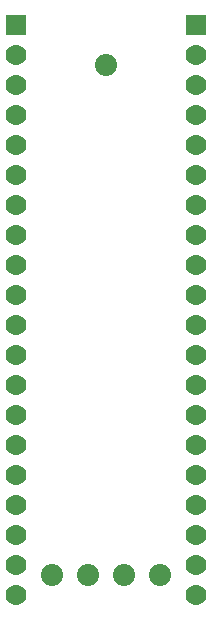
<source format=gts>
G04*
G04 #@! TF.GenerationSoftware,Altium Limited,Altium Designer,21.0.9 (235)*
G04*
G04 Layer_Color=8388736*
%FSLAX25Y25*%
%MOIN*%
G70*
G04*
G04 #@! TF.SameCoordinates,CEEBEC93-FDC5-4B9E-8111-BC73F9B13B43*
G04*
G04*
G04 #@! TF.FilePolarity,Negative*
G04*
G01*
G75*
%ADD11C,0.06992*%
%ADD12R,0.06992X0.06992*%
%ADD13C,0.07386*%
D11*
X66000Y6000D02*
D03*
Y16000D02*
D03*
Y26000D02*
D03*
Y36000D02*
D03*
Y46000D02*
D03*
Y126000D02*
D03*
Y136000D02*
D03*
Y146000D02*
D03*
Y156000D02*
D03*
Y166000D02*
D03*
Y176000D02*
D03*
Y186000D02*
D03*
Y116000D02*
D03*
Y106000D02*
D03*
Y96000D02*
D03*
Y86000D02*
D03*
Y76000D02*
D03*
Y66000D02*
D03*
Y56000D02*
D03*
X6000Y6000D02*
D03*
Y16000D02*
D03*
Y26000D02*
D03*
Y36000D02*
D03*
Y46000D02*
D03*
Y126000D02*
D03*
Y136000D02*
D03*
Y146000D02*
D03*
Y156000D02*
D03*
Y166000D02*
D03*
Y176000D02*
D03*
Y186000D02*
D03*
Y116000D02*
D03*
Y106000D02*
D03*
Y96000D02*
D03*
Y86000D02*
D03*
Y76000D02*
D03*
Y66000D02*
D03*
Y56000D02*
D03*
D12*
X66000Y196000D02*
D03*
X6000D02*
D03*
D13*
X36000Y182500D02*
D03*
X54000Y12500D02*
D03*
X30000D02*
D03*
X18000D02*
D03*
X42000D02*
D03*
M02*

</source>
